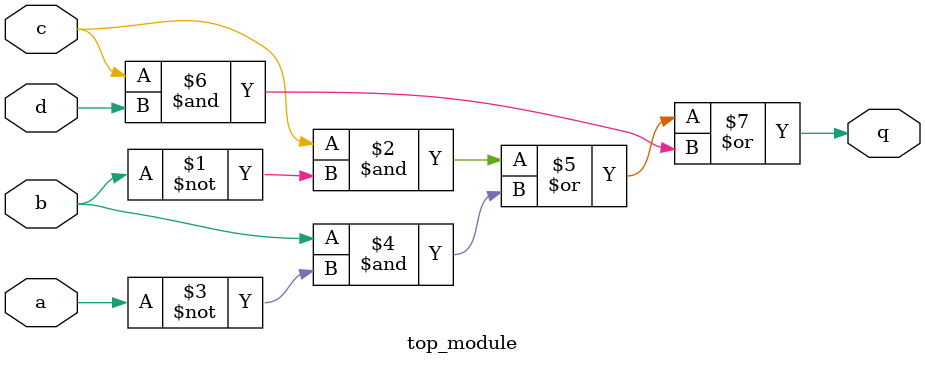
<source format=sv>
module top_module (
    input a,
    input b,
    input c,
    input d,
    output q
);

assign q = (c & ~b) | (b & ~a) | (c & d);

endmodule

</source>
